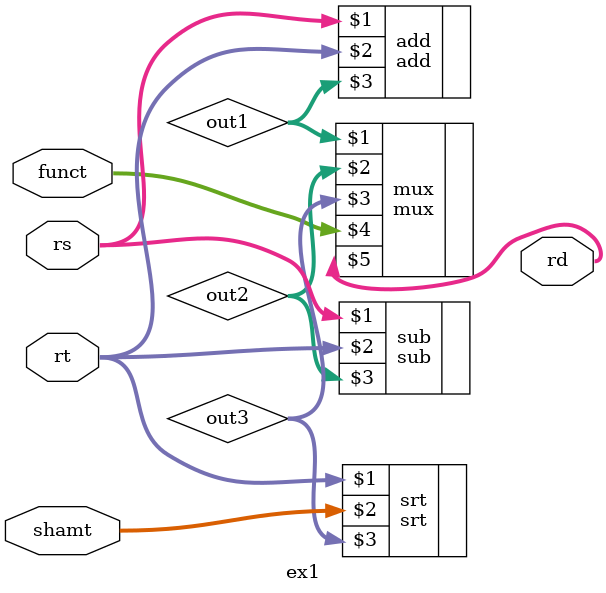
<source format=v>
module ex1
(
   	input      [31:0] rs, rt, 
		input	    	[4:0] shamt, 
		input	    	[5:0] funct,
   	output     [31:0] rd
);




wire [31:0] out1, out2, out3;

add add(rs, rt, out1);
sub sub(rs, rt, out2);
srt srt(rt, shamt, out3);

mux mux(out1, out2, out3, funct, rd);



		
	
endmodule
</source>
